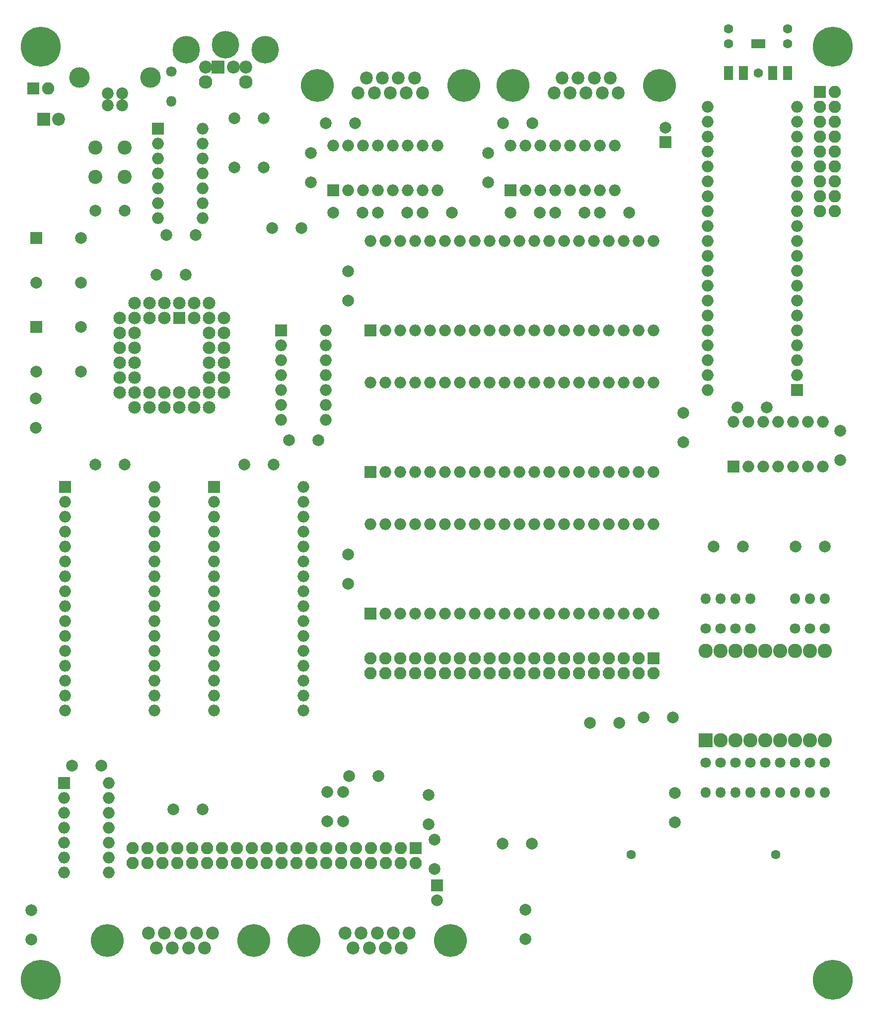
<source format=gbr>
%TF.GenerationSoftware,KiCad,Pcbnew,(5.1.0-0)*%
%TF.CreationDate,2019-04-15T22:40:15-04:00*%
%TF.ProjectId,zed-80,7a65642d-3830-42e6-9b69-6361645f7063,1*%
%TF.SameCoordinates,Original*%
%TF.FileFunction,Soldermask,Bot*%
%TF.FilePolarity,Negative*%
%FSLAX46Y46*%
G04 Gerber Fmt 4.6, Leading zero omitted, Abs format (unit mm)*
G04 Created by KiCad (PCBNEW (5.1.0-0)) date 2019-04-15 22:40:15*
%MOMM*%
%LPD*%
G04 APERTURE LIST*
%ADD10R,2.400000X1.600000*%
%ADD11R,1.600000X2.400000*%
%ADD12C,1.600000*%
%ADD13C,6.800000*%
%ADD14R,2.000000X2.000000*%
%ADD15C,2.000000*%
%ADD16O,2.000000X2.000000*%
%ADD17C,2.400000*%
%ADD18C,1.800000*%
%ADD19O,1.800000X1.800000*%
%ADD20R,2.100000X2.100000*%
%ADD21O,2.100000X2.100000*%
%ADD22C,2.020000*%
%ADD23C,3.500000*%
%ADD24R,2.200000X2.200000*%
%ADD25C,2.200000*%
%ADD26R,2.432000X2.432000*%
%ADD27C,2.432000*%
%ADD28R,2.150000X2.150000*%
%ADD29C,2.150000*%
%ADD30C,5.600000*%
%ADD31C,4.700000*%
%ADD32C,2.300000*%
G04 APERTURE END LIST*
D10*
X142300000Y-19500000D03*
D11*
X137300000Y-24500000D03*
X139800000Y-24500000D03*
X147300000Y-24500000D03*
X144800000Y-24500000D03*
D12*
X137300000Y-17000000D03*
X147300000Y-17000000D03*
X137300000Y-19500000D03*
X147300000Y-19500000D03*
X142300000Y-24500000D03*
D13*
X155000000Y-20000000D03*
X155000000Y-179000000D03*
X20000000Y-179000000D03*
X20000000Y-20000000D03*
D14*
X19250000Y-67800000D03*
D15*
X26870000Y-67800000D03*
X26870000Y-75420000D03*
X19250000Y-75420000D03*
D14*
X148950000Y-78500000D03*
D16*
X133710000Y-30240000D03*
X148950000Y-75960000D03*
X133710000Y-32780000D03*
X148950000Y-73420000D03*
X133710000Y-35320000D03*
X148950000Y-70880000D03*
X133710000Y-37860000D03*
X148950000Y-68340000D03*
X133710000Y-40400000D03*
X148950000Y-65800000D03*
X133710000Y-42940000D03*
X148950000Y-63260000D03*
X133710000Y-45480000D03*
X148950000Y-60720000D03*
X133710000Y-48020000D03*
X148950000Y-58180000D03*
X133710000Y-50560000D03*
X148950000Y-55640000D03*
X133710000Y-53100000D03*
X148950000Y-53100000D03*
X133710000Y-55640000D03*
X148950000Y-50560000D03*
X133710000Y-58180000D03*
X148950000Y-48020000D03*
X133710000Y-60720000D03*
X148950000Y-45480000D03*
X133710000Y-63260000D03*
X148950000Y-42940000D03*
X133710000Y-65800000D03*
X148950000Y-40400000D03*
X133710000Y-68340000D03*
X148950000Y-37860000D03*
X133710000Y-70880000D03*
X148950000Y-35320000D03*
X133710000Y-73420000D03*
X148950000Y-32780000D03*
X133710000Y-75960000D03*
X148950000Y-30240000D03*
X133710000Y-78500000D03*
D14*
X60960000Y-68350000D03*
D16*
X68580000Y-83590000D03*
X60960000Y-70890000D03*
X68580000Y-81050000D03*
X60960000Y-73430000D03*
X68580000Y-78510000D03*
X60960000Y-75970000D03*
X68580000Y-75970000D03*
X60960000Y-78510000D03*
X68580000Y-73430000D03*
X60960000Y-81050000D03*
X68580000Y-70890000D03*
X60960000Y-83590000D03*
X68580000Y-68350000D03*
D14*
X76200000Y-92480000D03*
D16*
X124460000Y-77240000D03*
X78740000Y-92480000D03*
X121920000Y-77240000D03*
X81280000Y-92480000D03*
X119380000Y-77240000D03*
X83820000Y-92480000D03*
X116840000Y-77240000D03*
X86360000Y-92480000D03*
X114300000Y-77240000D03*
X88900000Y-92480000D03*
X111760000Y-77240000D03*
X91440000Y-92480000D03*
X109220000Y-77240000D03*
X93980000Y-92480000D03*
X106680000Y-77240000D03*
X96520000Y-92480000D03*
X104140000Y-77240000D03*
X99060000Y-92480000D03*
X101600000Y-77240000D03*
X101600000Y-92480000D03*
X99060000Y-77240000D03*
X104140000Y-92480000D03*
X96520000Y-77240000D03*
X106680000Y-92480000D03*
X93980000Y-77240000D03*
X109220000Y-92480000D03*
X91440000Y-77240000D03*
X111760000Y-92480000D03*
X88900000Y-77240000D03*
X114300000Y-92480000D03*
X86360000Y-77240000D03*
X116840000Y-92480000D03*
X83820000Y-77240000D03*
X119380000Y-92480000D03*
X81280000Y-77240000D03*
X121920000Y-92480000D03*
X78740000Y-77240000D03*
X124460000Y-92480000D03*
X76200000Y-77240000D03*
D14*
X100088800Y-44474000D03*
D16*
X117868800Y-36854000D03*
X102628800Y-44474000D03*
X115328800Y-36854000D03*
X105168800Y-44474000D03*
X112788800Y-36854000D03*
X107708800Y-44474000D03*
X110248800Y-36854000D03*
X110248800Y-44474000D03*
X107708800Y-36854000D03*
X112788800Y-44474000D03*
X105168800Y-36854000D03*
X115328800Y-44474000D03*
X102628800Y-36854000D03*
X117868800Y-44474000D03*
X100088800Y-36854000D03*
D14*
X69850000Y-44474000D03*
D16*
X87630000Y-36854000D03*
X72390000Y-44474000D03*
X85090000Y-36854000D03*
X74930000Y-44474000D03*
X82550000Y-36854000D03*
X77470000Y-44474000D03*
X80010000Y-36854000D03*
X80010000Y-44474000D03*
X77470000Y-36854000D03*
X82550000Y-44474000D03*
X74930000Y-36854000D03*
X85090000Y-44474000D03*
X72390000Y-36854000D03*
X87630000Y-44474000D03*
X69850000Y-36854000D03*
D14*
X76200000Y-68350000D03*
D16*
X124460000Y-53110000D03*
X78740000Y-68350000D03*
X121920000Y-53110000D03*
X81280000Y-68350000D03*
X119380000Y-53110000D03*
X83820000Y-68350000D03*
X116840000Y-53110000D03*
X86360000Y-68350000D03*
X114300000Y-53110000D03*
X88900000Y-68350000D03*
X111760000Y-53110000D03*
X91440000Y-68350000D03*
X109220000Y-53110000D03*
X93980000Y-68350000D03*
X106680000Y-53110000D03*
X96520000Y-68350000D03*
X104140000Y-53110000D03*
X99060000Y-68350000D03*
X101600000Y-53110000D03*
X101600000Y-68350000D03*
X99060000Y-53110000D03*
X104140000Y-68350000D03*
X96520000Y-53110000D03*
X106680000Y-68350000D03*
X93980000Y-53110000D03*
X109220000Y-68350000D03*
X91440000Y-53110000D03*
X111760000Y-68350000D03*
X88900000Y-53110000D03*
X114300000Y-68350000D03*
X86360000Y-53110000D03*
X116840000Y-68350000D03*
X83820000Y-53110000D03*
X119380000Y-68350000D03*
X81280000Y-53110000D03*
X121920000Y-68350000D03*
X78740000Y-53110000D03*
X124460000Y-68350000D03*
X76200000Y-53110000D03*
D14*
X138100000Y-91600000D03*
D16*
X153340000Y-83980000D03*
X140640000Y-91600000D03*
X150800000Y-83980000D03*
X143180000Y-91600000D03*
X148260000Y-83980000D03*
X145720000Y-91600000D03*
X145720000Y-83980000D03*
X148260000Y-91600000D03*
X143180000Y-83980000D03*
X150800000Y-91600000D03*
X140640000Y-83980000D03*
X153340000Y-91600000D03*
X138100000Y-83980000D03*
D14*
X49530000Y-95020000D03*
D16*
X64770000Y-133120000D03*
X49530000Y-97560000D03*
X64770000Y-130580000D03*
X49530000Y-100100000D03*
X64770000Y-128040000D03*
X49530000Y-102640000D03*
X64770000Y-125500000D03*
X49530000Y-105180000D03*
X64770000Y-122960000D03*
X49530000Y-107720000D03*
X64770000Y-120420000D03*
X49530000Y-110260000D03*
X64770000Y-117880000D03*
X49530000Y-112800000D03*
X64770000Y-115340000D03*
X49530000Y-115340000D03*
X64770000Y-112800000D03*
X49530000Y-117880000D03*
X64770000Y-110260000D03*
X49530000Y-120420000D03*
X64770000Y-107720000D03*
X49530000Y-122960000D03*
X64770000Y-105180000D03*
X49530000Y-125500000D03*
X64770000Y-102640000D03*
X49530000Y-128040000D03*
X64770000Y-100100000D03*
X49530000Y-130580000D03*
X64770000Y-97560000D03*
X49530000Y-133120000D03*
X64770000Y-95020000D03*
D14*
X24000000Y-145450000D03*
D16*
X31620000Y-160690000D03*
X24000000Y-147990000D03*
X31620000Y-158150000D03*
X24000000Y-150530000D03*
X31620000Y-155610000D03*
X24000000Y-153070000D03*
X31620000Y-153070000D03*
X24000000Y-155610000D03*
X31620000Y-150530000D03*
X24000000Y-158150000D03*
X31620000Y-147990000D03*
X24000000Y-160690000D03*
X31620000Y-145450000D03*
D14*
X24130000Y-95020000D03*
D16*
X39370000Y-133120000D03*
X24130000Y-97560000D03*
X39370000Y-130580000D03*
X24130000Y-100100000D03*
X39370000Y-128040000D03*
X24130000Y-102640000D03*
X39370000Y-125500000D03*
X24130000Y-105180000D03*
X39370000Y-122960000D03*
X24130000Y-107720000D03*
X39370000Y-120420000D03*
X24130000Y-110260000D03*
X39370000Y-117880000D03*
X24130000Y-112800000D03*
X39370000Y-115340000D03*
X24130000Y-115340000D03*
X39370000Y-112800000D03*
X24130000Y-117880000D03*
X39370000Y-110260000D03*
X24130000Y-120420000D03*
X39370000Y-107720000D03*
X24130000Y-122960000D03*
X39370000Y-105180000D03*
X24130000Y-125500000D03*
X39370000Y-102640000D03*
X24130000Y-128040000D03*
X39370000Y-100100000D03*
X24130000Y-130580000D03*
X39370000Y-97560000D03*
X24130000Y-133120000D03*
X39370000Y-95020000D03*
D14*
X39950000Y-33950000D03*
D16*
X47570000Y-49190000D03*
X39950000Y-36490000D03*
X47570000Y-46650000D03*
X39950000Y-39030000D03*
X47570000Y-44110000D03*
X39950000Y-41570000D03*
X47570000Y-41570000D03*
X39950000Y-44110000D03*
X47570000Y-39030000D03*
X39950000Y-46650000D03*
X47570000Y-36490000D03*
X39950000Y-49190000D03*
X47570000Y-33950000D03*
D14*
X76200000Y-116610000D03*
D16*
X124460000Y-101370000D03*
X78740000Y-116610000D03*
X121920000Y-101370000D03*
X81280000Y-116610000D03*
X119380000Y-101370000D03*
X83820000Y-116610000D03*
X116840000Y-101370000D03*
X86360000Y-116610000D03*
X114300000Y-101370000D03*
X88900000Y-116610000D03*
X111760000Y-101370000D03*
X91440000Y-116610000D03*
X109220000Y-101370000D03*
X93980000Y-116610000D03*
X106680000Y-101370000D03*
X96520000Y-116610000D03*
X104140000Y-101370000D03*
X99060000Y-116610000D03*
X101600000Y-101370000D03*
X101600000Y-116610000D03*
X99060000Y-101370000D03*
X104140000Y-116610000D03*
X96520000Y-101370000D03*
X106680000Y-116610000D03*
X93980000Y-101370000D03*
X109220000Y-116610000D03*
X91440000Y-101370000D03*
X111760000Y-116610000D03*
X88900000Y-101370000D03*
X114300000Y-116610000D03*
X86360000Y-101370000D03*
X116840000Y-116610000D03*
X83820000Y-101370000D03*
X119380000Y-116610000D03*
X81280000Y-101370000D03*
X121920000Y-116610000D03*
X78740000Y-101370000D03*
X124460000Y-116610000D03*
X76200000Y-101370000D03*
D17*
X29300000Y-37200000D03*
X34300000Y-37200000D03*
X29300000Y-42200000D03*
X34300000Y-42200000D03*
D18*
X42300000Y-24250000D03*
D19*
X42300000Y-29330000D03*
D20*
X152850000Y-27750000D03*
D21*
X155390000Y-27750000D03*
X152850000Y-30290000D03*
X155390000Y-30290000D03*
X152850000Y-32830000D03*
X155390000Y-32830000D03*
X152850000Y-35370000D03*
X155390000Y-35370000D03*
X152850000Y-37910000D03*
X155390000Y-37910000D03*
X152850000Y-40450000D03*
X155390000Y-40450000D03*
X152850000Y-42990000D03*
X155390000Y-42990000D03*
X152850000Y-45530000D03*
X155390000Y-45530000D03*
X152850000Y-48070000D03*
X155390000Y-48070000D03*
D12*
X145300000Y-157700000D03*
X120700000Y-157700000D03*
D20*
X18750000Y-27150000D03*
D21*
X21290000Y-27150000D03*
D22*
X33900000Y-30000000D03*
X31400000Y-30000000D03*
X31400000Y-28000000D03*
X33900000Y-28000000D03*
D23*
X38670000Y-25290000D03*
X26630000Y-25290000D03*
D20*
X83950000Y-156600000D03*
D21*
X83950000Y-159140000D03*
X81410000Y-156600000D03*
X81410000Y-159140000D03*
X78870000Y-156600000D03*
X78870000Y-159140000D03*
X76330000Y-156600000D03*
X76330000Y-159140000D03*
X73790000Y-156600000D03*
X73790000Y-159140000D03*
X71250000Y-156600000D03*
X71250000Y-159140000D03*
X68710000Y-156600000D03*
X68710000Y-159140000D03*
X66170000Y-156600000D03*
X66170000Y-159140000D03*
X63630000Y-156600000D03*
X63630000Y-159140000D03*
X61090000Y-156600000D03*
X61090000Y-159140000D03*
X58550000Y-156600000D03*
X58550000Y-159140000D03*
X56010000Y-156600000D03*
X56010000Y-159140000D03*
X53470000Y-156600000D03*
X53470000Y-159140000D03*
X50930000Y-156600000D03*
X50930000Y-159140000D03*
X48390000Y-156600000D03*
X48390000Y-159140000D03*
X45850000Y-156600000D03*
X45850000Y-159140000D03*
X43310000Y-156600000D03*
X43310000Y-159140000D03*
X40770000Y-156600000D03*
X40770000Y-159140000D03*
X38230000Y-156600000D03*
X38230000Y-159140000D03*
X35690000Y-156600000D03*
X35690000Y-159140000D03*
D24*
X20500000Y-32350000D03*
D25*
X23040000Y-32350000D03*
D14*
X126550000Y-36300000D03*
D15*
X126550000Y-33800000D03*
X64450000Y-50950000D03*
X59450000Y-50950000D03*
X138800000Y-81500000D03*
X143800000Y-81500000D03*
X19150000Y-79950000D03*
X19150000Y-84950000D03*
X127750000Y-134350000D03*
X122750000Y-134350000D03*
X118600000Y-135250000D03*
X113600000Y-135250000D03*
X77600000Y-144300000D03*
X72600000Y-144300000D03*
X47600000Y-149950000D03*
X42600000Y-149950000D03*
X128100000Y-147200000D03*
X128100000Y-152200000D03*
X86150000Y-152500000D03*
X86150000Y-147500000D03*
D14*
X87600000Y-162950000D03*
D15*
X87600000Y-165450000D03*
X87150000Y-160150000D03*
X87150000Y-155150000D03*
X71550000Y-152050000D03*
X71550000Y-147050000D03*
X68850000Y-147050000D03*
X68850000Y-152050000D03*
X34300000Y-47950000D03*
X29300000Y-47950000D03*
D26*
X133350000Y-138200000D03*
D27*
X135890000Y-138200000D03*
X138430000Y-138200000D03*
X140970000Y-138200000D03*
X140970000Y-122960000D03*
X138430000Y-122960000D03*
X135890000Y-122960000D03*
X133350000Y-122960000D03*
X143510000Y-138200000D03*
X146050000Y-138200000D03*
X148590000Y-138200000D03*
X151130000Y-138200000D03*
X143510000Y-122960000D03*
X146050000Y-122960000D03*
X148590000Y-122960000D03*
X151130000Y-122960000D03*
X153670000Y-138200000D03*
X153670000Y-122960000D03*
D15*
X72390000Y-111530000D03*
X72390000Y-106530000D03*
X46450000Y-52100000D03*
X41450000Y-52100000D03*
X34290000Y-91210000D03*
X29290000Y-91210000D03*
X30350000Y-142500000D03*
X25350000Y-142500000D03*
X59690000Y-91210000D03*
X54690000Y-91210000D03*
X103750000Y-155800000D03*
X98750000Y-155800000D03*
X18350000Y-167150000D03*
X18350000Y-172150000D03*
X102600000Y-167100000D03*
X102600000Y-172100000D03*
X139700000Y-105180000D03*
X134700000Y-105180000D03*
X153670000Y-105180000D03*
X148670000Y-105180000D03*
X69850000Y-48284000D03*
X74850000Y-48284000D03*
X100088800Y-48284000D03*
X105088800Y-48284000D03*
X77470000Y-48284000D03*
X82470000Y-48284000D03*
X107708800Y-48284000D03*
X112708800Y-48284000D03*
X66040000Y-38124000D03*
X66040000Y-43124000D03*
X85090000Y-48284000D03*
X90090000Y-48284000D03*
X96278800Y-38124000D03*
X96278800Y-43124000D03*
X115328800Y-48284000D03*
X120328800Y-48284000D03*
X156300000Y-85500000D03*
X156300000Y-90500000D03*
X72390000Y-63270000D03*
X72390000Y-58270000D03*
X68580000Y-33044000D03*
X73580000Y-33044000D03*
X98818800Y-33044000D03*
X103818800Y-33044000D03*
X129540000Y-82400000D03*
X129540000Y-87400000D03*
X67310000Y-87095200D03*
X62310000Y-87095200D03*
X44750000Y-58900000D03*
X39750000Y-58900000D03*
X58000000Y-40600000D03*
X53000000Y-40600000D03*
X58000000Y-32200000D03*
X53000000Y-32200000D03*
D20*
X124460000Y-124230000D03*
D21*
X124460000Y-126770000D03*
X121920000Y-124230000D03*
X121920000Y-126770000D03*
X119380000Y-124230000D03*
X119380000Y-126770000D03*
X116840000Y-124230000D03*
X116840000Y-126770000D03*
X114300000Y-124230000D03*
X114300000Y-126770000D03*
X111760000Y-124230000D03*
X111760000Y-126770000D03*
X109220000Y-124230000D03*
X109220000Y-126770000D03*
X106680000Y-124230000D03*
X106680000Y-126770000D03*
X104140000Y-124230000D03*
X104140000Y-126770000D03*
X101600000Y-124230000D03*
X101600000Y-126770000D03*
X99060000Y-124230000D03*
X99060000Y-126770000D03*
X96520000Y-124230000D03*
X96520000Y-126770000D03*
X93980000Y-124230000D03*
X93980000Y-126770000D03*
X91440000Y-124230000D03*
X91440000Y-126770000D03*
X88900000Y-124230000D03*
X88900000Y-126770000D03*
X86360000Y-124230000D03*
X86360000Y-126770000D03*
X83820000Y-124230000D03*
X83820000Y-126770000D03*
X81280000Y-124230000D03*
X81280000Y-126770000D03*
X78740000Y-124230000D03*
X78740000Y-126770000D03*
X76200000Y-124230000D03*
X76200000Y-126770000D03*
D18*
X138430000Y-119150000D03*
D19*
X138430000Y-114070000D03*
D18*
X140970000Y-119150000D03*
D19*
X140970000Y-114070000D03*
D18*
X138430000Y-142010000D03*
D19*
X138430000Y-147090000D03*
D18*
X135890000Y-142010000D03*
D19*
X135890000Y-147090000D03*
D18*
X133350000Y-142010000D03*
D19*
X133350000Y-147090000D03*
D18*
X133350000Y-119150000D03*
D19*
X133350000Y-114070000D03*
D18*
X135890000Y-119150000D03*
D19*
X135890000Y-114070000D03*
D18*
X140970000Y-142010000D03*
D19*
X140970000Y-147090000D03*
D18*
X151130000Y-119150000D03*
D19*
X151130000Y-114070000D03*
D18*
X153670000Y-119150000D03*
D19*
X153670000Y-114070000D03*
D18*
X151130000Y-142010000D03*
D19*
X151130000Y-147090000D03*
D18*
X146050000Y-142010000D03*
D19*
X146050000Y-147090000D03*
D18*
X143510000Y-142010000D03*
D19*
X143510000Y-147090000D03*
D18*
X148590000Y-119150000D03*
D19*
X148590000Y-114070000D03*
D18*
X148590000Y-142010000D03*
D19*
X148590000Y-147090000D03*
D18*
X153670000Y-142010000D03*
D19*
X153670000Y-147090000D03*
D28*
X43650000Y-66250000D03*
D29*
X41110000Y-66250000D03*
X38570000Y-66250000D03*
X46190000Y-66250000D03*
X48730000Y-66250000D03*
X41110000Y-63710000D03*
X38570000Y-63710000D03*
X36030000Y-63710000D03*
X43650000Y-63710000D03*
X46190000Y-63710000D03*
X36030000Y-66250000D03*
X36030000Y-68790000D03*
X36030000Y-71330000D03*
X36030000Y-73870000D03*
X36030000Y-76410000D03*
X33490000Y-66250000D03*
X33490000Y-68790000D03*
X33490000Y-71330000D03*
X33490000Y-73870000D03*
X33490000Y-76410000D03*
X33490000Y-78950000D03*
X36030000Y-78950000D03*
X38570000Y-78950000D03*
X41110000Y-78950000D03*
X43650000Y-78950000D03*
X46190000Y-78950000D03*
X48730000Y-78950000D03*
X36030000Y-81490000D03*
X38570000Y-81490000D03*
X41110000Y-81490000D03*
X43650000Y-81490000D03*
X46190000Y-81490000D03*
X48730000Y-81490000D03*
X48730000Y-76410000D03*
X48730000Y-73870000D03*
X48730000Y-71330000D03*
X48730000Y-68790000D03*
X48730000Y-63710000D03*
X51270000Y-78950000D03*
X51270000Y-76410000D03*
X51270000Y-73870000D03*
X51270000Y-71330000D03*
X51270000Y-68790000D03*
X51270000Y-66250000D03*
D14*
X19250000Y-52600000D03*
D15*
X26870000Y-52600000D03*
X26870000Y-60220000D03*
X19250000Y-60220000D03*
D30*
X67115000Y-26592400D03*
D25*
X75500000Y-25322400D03*
X78240000Y-25322400D03*
X80980000Y-25322400D03*
X83720000Y-25322400D03*
X74130000Y-27862400D03*
X76870000Y-27862400D03*
X79610000Y-27862400D03*
X82350000Y-27862400D03*
X85090000Y-27862400D03*
D30*
X92105000Y-26592400D03*
X100498600Y-26592400D03*
D25*
X108883600Y-25322400D03*
X111623600Y-25322400D03*
X114363600Y-25322400D03*
X117103600Y-25322400D03*
X107513600Y-27862400D03*
X110253600Y-27862400D03*
X112993600Y-27862400D03*
X115733600Y-27862400D03*
X118473600Y-27862400D03*
D30*
X125488600Y-26592400D03*
X89875000Y-172370000D03*
D25*
X81490000Y-173640000D03*
X78750000Y-173640000D03*
X76010000Y-173640000D03*
X73270000Y-173640000D03*
X82860000Y-171100000D03*
X80120000Y-171100000D03*
X77380000Y-171100000D03*
X74640000Y-171100000D03*
X71900000Y-171100000D03*
D30*
X64885000Y-172370000D03*
X56340200Y-172370000D03*
D25*
X47955200Y-173640000D03*
X45215200Y-173640000D03*
X42475200Y-173640000D03*
X39735200Y-173640000D03*
X49325200Y-171100000D03*
X46585200Y-171100000D03*
X43845200Y-171100000D03*
X41105200Y-171100000D03*
X38365200Y-171100000D03*
D30*
X31350200Y-172370000D03*
D31*
X44780000Y-20512400D03*
X58280000Y-20512400D03*
D24*
X50230000Y-23512400D03*
D25*
X52830000Y-23512400D03*
X48130000Y-23512400D03*
X54930000Y-23512400D03*
D32*
X54930000Y-26012400D03*
X48130000Y-26012400D03*
D31*
X51530000Y-19712400D03*
M02*

</source>
